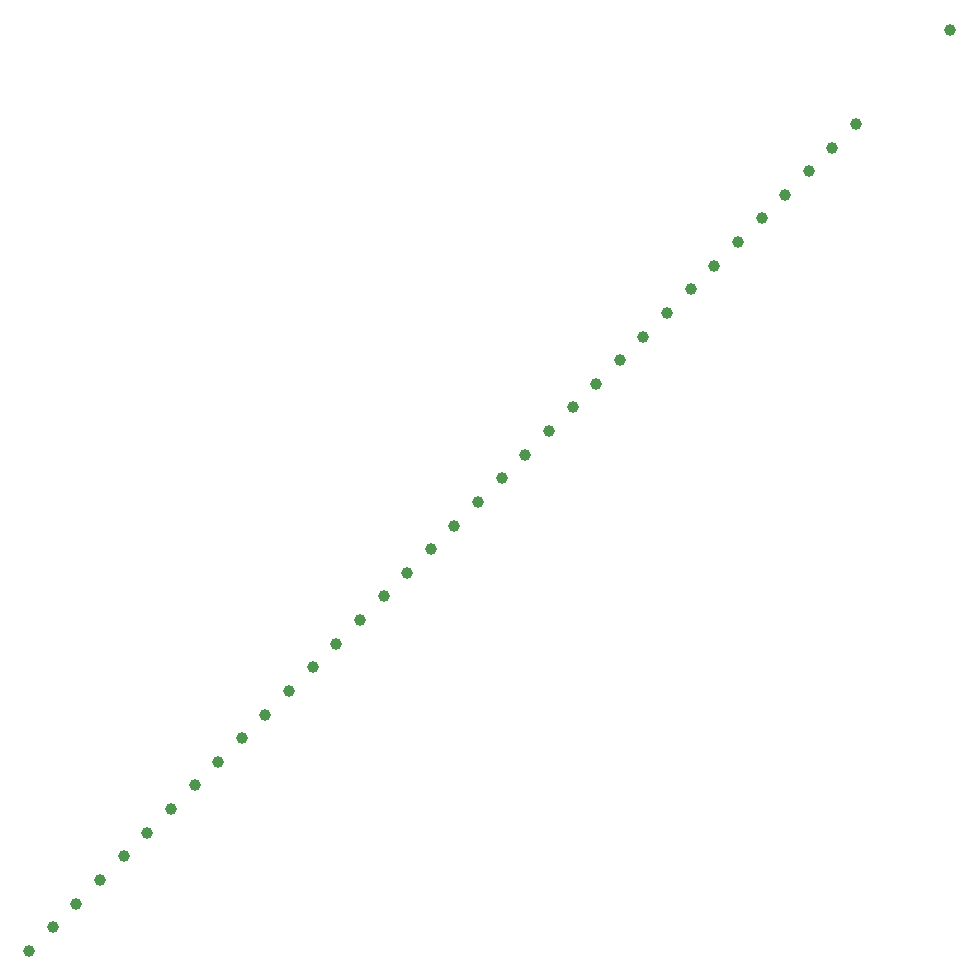
<source format=gbr>
G04 Examples for testing time performance of Gerber parsers*
%FSLAX26Y26*%
%MOMM*%
%ADD10C,1*%
%LPD*%
D10*
X0Y0D03*
X78000000Y78000000D03*
X2000000Y2000000D03*
X4000000Y4000000D03*
X6000000Y6000000D03*
X8000000Y8000000D03*
X10000000Y10000000D03*
X12000000Y12000000D03*
X14000000Y14000000D03*
X16000000Y16000000D03*
X18000000Y18000000D03*
X20000000Y20000000D03*
X22000000Y22000000D03*
X24000000Y24000000D03*
X26000000Y26000000D03*
X28000000Y28000000D03*
X30000000Y30000000D03*
X32000000Y32000000D03*
X34000000Y34000000D03*
X36000000Y36000000D03*
X38000000Y38000000D03*
X40000000Y40000000D03*
X42000000Y42000000D03*
X44000000Y44000000D03*
X46000000Y46000000D03*
X48000000Y48000000D03*
X50000000Y50000000D03*
X52000000Y52000000D03*
X54000000Y54000000D03*
X56000000Y56000000D03*
X58000000Y58000000D03*
X60000000Y60000000D03*
X62000000Y62000000D03*
X64000000Y64000000D03*
X66000000Y66000000D03*
X68000000Y68000000D03*
X70000000Y70000000D03*
M02*

</source>
